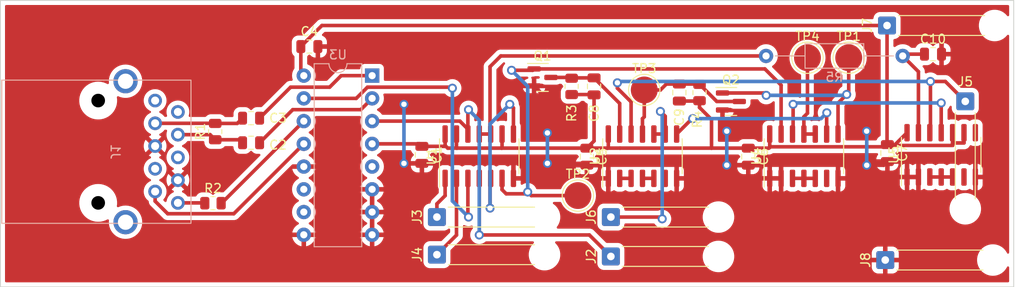
<source format=kicad_pcb>
(kicad_pcb (version 20211014) (generator pcbnew)
  (layers (0 "F.Cu" signal) (31 "B.Cu" signal) (34 "B.Paste" user) (35 "F.Paste" user) (36 "B.SilkS" user "B.Silkscreen") (37 "F.SilkS" user "F.Silkscreen") (38 "B.Mask" user) (39 "F.Mask" user) (44 "Edge.Cuts" user))
  (net 0 "")
  (net 1 "VCC")
  (net 2 "GND")
  (net 3 "Net-(C2-Pad1)")
  (net 4 "Net-(C2-Pad2)")
  (net 5 "Net-(C3-Pad1)")
  (net 6 "Net-(C3-Pad2)")
  (net 7 "Net-(C8-Pad2)")
  (net 8 "Net-(C9-Pad2)")
  (net 9 "Net-(J1-Pad1)")
  (net 10 "Net-(J1-Pad2)")
  (net 16 "/line")
  (net 17 "/~{idle}")
  (net 18 "/sck")
  (net 19 "/edge_in")
  (net 20 "Net-(Q2-Pad1)")
  (net 21 "Net-(R2-Pad2)")
  (net 22 "/edge")
  (net 23 "/~{line}")
  (net 24 "/line_delayed")
  (net 30 "Net-(U2-Pad4)")
  (net 32 "Net-(U2-Pad8)")
  (net 33 "Net-(J4-Pad1)")
  (net 34 "Net-(U5-Pad3)")
  (net 36 "Net-(J3-Pad1)")
  (net 37 "Net-(U5-Pad11)")
  (net 38 "Net-(U1-Pad3)")
  (net 39 "Net-(U2-Pad2)")
  (net 40 "Net-(U4-Pad3)")
  (net 41 "Net-(R5-Pad2)")
  (footprint "Capacitor_SMD:C_0805_2012Metric" (layer "F.Cu") (at 131 111.2 90)
    (fp_text reference "C8" (at -3 0 90) (layer "F.SilkS"))
    (fp_text value "200p")
    (fp_line (start -0.261252 0.735) (end 0.261252 0.735) (layer "F.SilkS") (width 0.12))
    (fp_line (start -0.261252 -0.735) (end 0.261252 -0.735) (layer "F.SilkS") (width 0.12))
    (pad "1" smd roundrect (at -0.95 0 90) (size 1 1.45) (layers "F.Cu" "F.Paste" "F.Mask") (net 1 "VCC"))
    (pad "2" smd roundrect (at 0.95 0 90) (size 1 1.45) (layers "F.Cu" "F.Paste" "F.Mask") (net 7 "Net-(C8-Pad2)"))
  )
  (footprint "Connector_Wire:SolderWire-0.25sqmm_1x01_D0.65mm_OD2mm_Relief" (layer "F.Cu") (at 163.675 104.4 90)
    (fp_text reference "J7" (at 0 -2.2 90) (layer "F.SilkS"))
    (fp_text value "vcc")
    (fp_line (start 1.11 1.26) (end 1.11 10.89) (layer "F.SilkS") (width 0.12))
    (fp_line (start -1.11 1.26) (end -1.11 10.89) (layer "F.SilkS") (width 0.12))
    (pad "" np_thru_hole circle (at 0 12 90) (size 2.5 2.5) (drill 2.5) (layers *.Cu *.Mask))
    (pad "1" thru_hole roundrect (at 0 0 90) (size 2 2) (drill 0.85) (layers *.Cu *.Mask) (roundrect_rratio 0.125) (net 1 "VCC"))
  )
  (footprint "Capacitor_SMD:C_0805_2012Metric" (layer "F.Cu") (at 168.8 107.6)
    (fp_text reference "C10" (at 0 -1.68) (layer "F.SilkS"))
    (fp_text value "10p")
    (fp_line (start -0.261252 0.735) (end 0.261252 0.735) (layer "F.SilkS") (width 0.12))
    (fp_line (start -0.261252 -0.735) (end 0.261252 -0.735) (layer "F.SilkS") (width 0.12))
    (pad "1" smd roundrect (at -0.95 0) (size 1 1.45) (layers "F.Cu" "F.Paste" "F.Mask") (net 41 "Net-(R5-Pad2)"))
    (pad "2" smd roundrect (at 0.95 0) (size 1 1.45) (layers "F.Cu" "F.Paste" "F.Mask") (net 2 "GND"))
  )
  (footprint "Capacitor_SMD:C_0805_2012Metric" (layer "F.Cu") (at 148.2 119.05 -90)
    (fp_text reference "C6" (at 0 -1.68 90) (layer "F.SilkS"))
    (fp_text value "0.1")
    (fp_line (start -0.261252 -0.735) (end 0.261252 -0.735) (layer "F.SilkS") (width 0.12))
    (fp_line (start -0.261252 0.735) (end 0.261252 0.735) (layer "F.SilkS") (width 0.12))
    (pad "1" smd roundrect (at -0.95 0 270) (size 1 1.45) (layers "F.Cu" "F.Paste" "F.Mask") (net 1 "VCC"))
    (pad "2" smd roundrect (at 0.95 0 270) (size 1 1.45) (layers "F.Cu" "F.Paste" "F.Mask") (net 2 "GND"))
  )
  (footprint "Connector_Wire:SolderWire-0.25sqmm_1x01_D0.65mm_OD2mm_Relief" (layer "F.Cu") (at 113.475 130 90)
    (fp_text reference "J4" (at 0 -2.2 90) (layer "F.SilkS"))
    (fp_text value "mosi_tx")
    (fp_line (start -1.11 1.26) (end -1.11 10.89) (layer "F.SilkS") (width 0.12))
    (fp_line (start 1.11 1.26) (end 1.11 10.89) (layer "F.SilkS") (width 0.12))
    (pad "" np_thru_hole circle (at 0 12 90) (size 2.5 2.5) (drill 2.5) (layers *.Cu *.Mask))
    (pad "1" thru_hole roundrect (at 0 0 90) (size 2 2) (drill 0.85) (layers *.Cu *.Mask) (roundrect_rratio 0.125) (net 33 "Net-(J4-Pad1)"))
  )
  (footprint "Package_SO:SOIC-14_3.9x8.7mm_P1.27mm" (layer "F.Cu") (at 154.4 119 90)
    (fp_text reference "U4" (at 0 -5.28 90) (layer "F.SilkS"))
    (fp_text value "74HC08")
    (fp_line (start 0 4.435) (end 1.95 4.435) (layer "F.SilkS") (width 0.12))
    (fp_line (start 0 4.435) (end -1.95 4.435) (layer "F.SilkS") (width 0.12))
    (fp_line (start 0 -4.435) (end 1.95 -4.435) (layer "F.SilkS") (width 0.12))
    (fp_line (start 0 -4.435) (end -3.45 -4.435) (layer "F.SilkS") (width 0.12))
    (pad "1" smd roundrect (at -2.475 -3.81 90) (size 1.95 0.6) (layers "F.Cu" "F.Paste" "F.Mask") (net 2 "GND"))
    (pad "2" smd roundrect (at -2.475 -2.54 90) (size 1.95 0.6) (layers "F.Cu" "F.Paste" "F.Mask") (net 2 "GND"))
    (pad "3" smd roundrect (at -2.475 -1.27 90) (size 1.95 0.6) (layers "F.Cu" "F.Paste" "F.Mask") (net 40 "Net-(U4-Pad3)"))
    (pad "4" smd roundrect (at -2.475 0 90) (size 1.95 0.6) (layers "F.Cu" "F.Paste" "F.Mask") (net 40 "Net-(U4-Pad3)"))
    (pad "5" smd roundrect (at -2.475 1.27 90) (size 1.95 0.6) (layers "F.Cu" "F.Paste" "F.Mask") (net 40 "Net-(U4-Pad3)"))
    (pad "6" smd roundrect (at -2.475 2.54 90) (size 1.95 0.6) (layers "F.Cu" "F.Paste" "F.Mask"))
    (pad "7" smd roundrect (at -2.475 3.81 90) (size 1.95 0.6) (layers "F.Cu" "F.Paste" "F.Mask") (net 2 "GND"))
    (pad "8" smd roundrect (at 2.475 3.81 90) (size 1.95 0.6) (layers "F.Cu" "F.Paste" "F.Mask") (net 20 "Net-(Q2-Pad1)"))
    (pad "9" smd roundrect (at 2.475 2.54 90) (size 1.95 0.6) (layers "F.Cu" "F.Paste" "F.Mask") (net 32 "Net-(U2-Pad8)"))
    (pad "10" smd roundrect (at 2.475 1.27 90) (size 1.95 0.6) (layers "F.Cu" "F.Paste" "F.Mask") (net 22 "/edge"))
    (pad "11" smd roundrect (at 2.475 0 90) (size 1.95 0.6) (layers "F.Cu" "F.Paste" "F.Mask") (net 22 "/edge"))
    (pad "12" smd roundrect (at 2.475 -1.27 90) (size 1.95 0.6) (layers "F.Cu" "F.Paste" "F.Mask") (net 37 "Net-(U5-Pad11)"))
    (pad "13" smd roundrect (at 2.475 -2.54 90) (size 1.95 0.6) (layers "F.Cu" "F.Paste" "F.Mask") (net 19 "/edge_in"))
    (pad "14" smd roundrect (at 2.475 -3.81 90) (size 1.95 0.6) (layers "F.Cu" "F.Paste" "F.Mask") (net 1 "VCC"))
  )
  (footprint "Capacitor_SMD:C_0805_2012Metric" (layer "F.Cu") (at 163.715 118.65 -90)
    (fp_text reference "C7" (at 0 -1.68 90) (layer "F.SilkS"))
    (fp_text value "0.1")
    (fp_line (start -0.261252 0.735) (end 0.261252 0.735) (layer "F.SilkS") (width 0.12))
    (fp_line (start -0.261252 -0.735) (end 0.261252 -0.735) (layer "F.SilkS") (width 0.12))
    (pad "1" smd roundrect (at -0.95 0 270) (size 1 1.45) (layers "F.Cu" "F.Paste" "F.Mask") (net 1 "VCC"))
    (pad "2" smd roundrect (at 0.95 0 270) (size 1 1.45) (layers "F.Cu" "F.Paste" "F.Mask") (net 2 "GND"))
  )
  (footprint "Connector_Wire:SolderWire-0.25sqmm_1x01_D0.65mm_OD2mm_Relief" (layer "F.Cu") (at 132.875 130.2 90)
    (fp_text reference "J2" (at 0 -2.2 90) (layer "F.SilkS"))
    (fp_text value "mosi")
    (fp_line (start -1.11 1.26) (end -1.11 10.89) (layer "F.SilkS") (width 0.12))
    (fp_line (start 1.11 1.26) (end 1.11 10.89) (layer "F.SilkS") (width 0.12))
    (pad "" np_thru_hole circle (at 0 12 90) (size 2.5 2.5) (drill 2.5) (layers *.Cu *.Mask))
    (pad "1" thru_hole roundrect (at 0 0 90) (size 2 2) (drill 0.85) (layers *.Cu *.Mask) (roundrect_rratio 0.125) (net 16 "/line"))
  )
  (footprint "TestPoint:TestPoint_Pad_D3.0mm" (layer "F.Cu") (at 159.4 108)
    (fp_text reference "TP1" (at 0 -2.398) (layer "F.SilkS"))
    (fp_text value "TestPoint")
    (fp_circle (center 0 0) (end 0 1.75) (layer "F.SilkS") (width 0.12) (fill none))
    (pad "1" smd circle (at 0 0) (size 3 3) (layers "F.Cu" "F.Mask") (net 20 "Net-(Q2-Pad1)"))
  )
  (footprint "TestPoint:TestPoint_Pad_D3.0mm" (layer "F.Cu") (at 136.6 111.6)
    (fp_text reference "TP3" (at 0 -2.398) (layer "F.SilkS"))
    (fp_text value "TestPoint")
    (fp_circle (center 0 0) (end 0 1.75) (layer "F.SilkS") (width 0.12) (fill none))
    (pad "1" smd circle (at 0 0) (size 3 3) (layers "F.Cu" "F.Mask") (net 8 "Net-(C9-Pad2)"))
  )
  (footprint "Package_TO_SOT_SMD:SOT-23" (layer "F.Cu") (at 146.2625 112.8875)
    (fp_text reference "Q2" (at 0 -2.4) (layer "F.SilkS"))
    (fp_text value "2N7002")
    (fp_line (start 0 -1.56) (end 0.65 -1.56) (layer "F.SilkS") (width 0.12))
    (fp_line (start 0 1.56) (end 0.65 1.56) (layer "F.SilkS") (width 0.12))
    (fp_line (start 0 -1.56) (end -1.675 -1.56) (layer "F.SilkS") (width 0.12))
    (fp_line (start 0 1.56) (end -0.65 1.56) (layer "F.SilkS") (width 0.12))
    (pad "1" smd roundrect (at -0.9375 -0.95) (size 1.475 0.6) (layers "F.Cu" "F.Paste" "F.Mask") (net 20 "Net-(Q2-Pad1)"))
    (pad "2" smd roundrect (at -0.9375 0.95) (size 1.475 0.6) (layers "F.Cu" "F.Paste" "F.Mask") (net 2 "GND"))
    (pad "3" smd roundrect (at 0.9375 0) (size 1.475 0.6) (layers "F.Cu" "F.Paste" "F.Mask") (net 8 "Net-(C9-Pad2)"))
  )
  (footprint "Resistor_SMD:R_0805_2012Metric" (layer "F.Cu") (at 128.5 111.2 90)
    (fp_text reference "R3" (at -3 0 90) (layer "F.SilkS"))
    (fp_text value "2k")
    (fp_line (start -0.227064 -0.735) (end 0.227064 -0.735) (layer "F.SilkS") (width 0.12))
    (fp_line (start -0.227064 0.735) (end 0.227064 0.735) (layer "F.SilkS") (width 0.12))
    (pad "1" smd roundrect (at -0.9125 0 90) (size 1.025 1.4) (layers "F.Cu" "F.Paste" "F.Mask") (roundrect_rratio 0.243902) (net 1 "VCC"))
    (pad "2" smd roundrect (at 0.9125 0 90) (size 1.025 1.4) (layers "F.Cu" "F.Paste" "F.Mask") (roundrect_rratio 0.243902) (net 7 "Net-(C8-Pad2)"))
  )
  (footprint "Capacitor_SMD:C_0805_2012Metric" (layer "F.Cu") (at 92.75 114.75)
    (fp_text reference "C3" (at 3 0) (layer "F.SilkS"))
    (fp_text value "0.1")
    (fp_line (start -0.261252 -0.735) (end 0.261252 -0.735) (layer "F.SilkS") (width 0.12))
    (fp_line (start -0.261252 0.735) (end 0.261252 0.735) (layer "F.SilkS") (width 0.12))
    (pad "1" smd roundrect (at -0.95 0) (size 1 1.45) (layers "F.Cu" "F.Paste" "F.Mask") (net 5 "Net-(C3-Pad1)"))
    (pad "2" smd roundrect (at 0.95 0) (size 1 1.45) (layers "F.Cu" "F.Paste" "F.Mask") (net 6 "Net-(C3-Pad2)"))
  )
  (footprint "Connector_Wire:SolderWire-0.25sqmm_1x01_D0.65mm_OD2mm_Relief" (layer "F.Cu") (at 172.4 112.875)
    (fp_text reference "J5" (at 0 -2.2) (layer "F.SilkS"))
    (fp_text value "cs")
    (fp_line (start 1.11 1.26) (end 1.11 10.89) (layer "F.SilkS") (width 0.12))
    (fp_line (start -1.11 1.26) (end -1.11 10.89) (layer "F.SilkS") (width 0.12))
    (pad "" np_thru_hole circle (at 0 12) (size 2.5 2.5) (drill 2.5) (layers *.Cu *.Mask))
    (pad "1" thru_hole roundrect (at 0 0) (size 2 2) (drill 0.85) (layers *.Cu *.Mask) (roundrect_rratio 0.125) (net 17 "/~{idle}"))
  )
  (footprint "Resistor_SMD:R_0805_2012Metric" (layer "F.Cu") (at 88.75 116.25 90)
    (fp_text reference "R1" (at 0 -1.65 90) (layer "F.SilkS"))
    (fp_text value "100")
    (fp_line (start -0.227064 0.735) (end 0.227064 0.735) (layer "F.SilkS") (width 0.12))
    (fp_line (start -0.227064 -0.735) (end 0.227064 -0.735) (layer "F.SilkS") (width 0.12))
    (pad "1" smd roundrect (at -0.9125 0 90) (size 1.025 1.4) (layers "F.Cu" "F.Paste" "F.Mask") (roundrect_rratio 0.243902) (net 3 "Net-(C2-Pad1)"))
    (pad "2" smd roundrect (at 0.9125 0 90) (size 1.025 1.4) (layers "F.Cu" "F.Paste" "F.Mask") (roundrect_rratio 0.243902) (net 5 "Net-(C3-Pad1)"))
  )
  (footprint "Capacitor_SMD:C_0805_2012Metric" (layer "F.Cu") (at 140.5125 111.8875 90)
    (fp_text reference "C9" (at -2.75 0 90) (layer "F.SilkS"))
    (fp_text value "0")
    (fp_line (start -0.261252 0.735) (end 0.261252 0.735) (layer "F.SilkS") (width 0.12))
    (fp_line (start -0.261252 -0.735) (end 0.261252 -0.735) (layer "F.SilkS") (width 0.12))
    (pad "1" smd roundrect (at -0.95 0 90) (size 1 1.45) (layers "F.Cu" "F.Paste" "F.Mask") (net 1 "VCC"))
    (pad "2" smd roundrect (at 0.95 0 90) (size 1 1.45) (layers "F.Cu" "F.Paste" "F.Mask") (net 8 "Net-(C9-Pad2)"))
  )
  (footprint "Connector_Wire:SolderWire-0.25sqmm_1x01_D0.65mm_OD2mm_Relief" (layer "F.Cu") (at 113.475 125.8 90)
    (fp_text reference "J3" (at 0 -2.2 90) (layer "F.SilkS"))
    (fp_text value "sck_tx")
    (fp_line (start -1.11 1.26) (end -1.11 10.89) (layer "F.SilkS") (width 0.12))
    (fp_line (start 1.11 1.26) (end 1.11 10.89) (layer "F.SilkS") (width 0.12))
    (pad "" np_thru_hole circle (at 0 12 90) (size 2.5 2.5) (drill 2.5) (layers *.Cu *.Mask))
    (pad "1" thru_hole roundrect (at 0 0 90) (size 2 2) (drill 0.85) (layers *.Cu *.Mask) (roundrect_rratio 0.125) (net 36 "Net-(J3-Pad1)"))
  )
  (footprint "TestPoint:TestPoint_Pad_D3.0mm" (layer "F.Cu") (at 129.2 123.4)
    (fp_text reference "TP2" (at 0 -2.398) (layer "F.SilkS"))
    (fp_text value "TestPoint")
    (fp_circle (center 0 0) (end 0 1.75) (layer "F.SilkS") (width 0.12) (fill none))
    (pad "1" smd circle (at 0 0) (size 3 3) (layers "F.Cu" "F.Mask") (net 19 "/edge_in"))
  )
  (footprint "Capacitor_SMD:C_0805_2012Metric" (layer "F.Cu") (at 130.2 119.05 -90)
    (fp_text reference "C5" (at 0 -1.68 90) (layer "F.SilkS"))
    (fp_text value "0.1")
    (fp_line (start -0.261252 -0.735) (end 0.261252 -0.735) (layer "F.SilkS") (width 0.12))
    (fp_line (start -0.261252 0.735) (end 0.261252 0.735) (layer "F.SilkS") (width 0.12))
    (pad "1" smd roundrect (at -0.95 0 270) (size 1 1.45) (layers "F.Cu" "F.Paste" "F.Mask") (net 1 "VCC"))
    (pad "2" smd roundrect (at 0.95 0 270) (size 1 1.45) (layers "F.Cu" "F.Paste" "F.Mask") (net 2 "GND"))
  )
  (footprint "Connector_Wire:SolderWire-0.25sqmm_1x01_D0.65mm_OD2mm_Relief" (layer "F.Cu") (at 163.475 130.6 90)
    (fp_text reference "J8" (at 0 -2.2 90) (layer "F.SilkS"))
    (fp_text value "gnd")
    (fp_line (start 1.11 1.26) (end 1.11 10.89) (layer "F.SilkS") (width 0.12))
    (fp_line (start -1.11 1.26) (end -1.11 10.89) (layer "F.SilkS") (width 0.12))
    (pad "" np_thru_hole circle (at 0 12 90) (size 2.5 2.5) (drill 2.5) (layers *.Cu *.Mask))
    (pad "1" thru_hole roundrect (at 0 0 90) (size 2 2) (drill 0.85) (layers *.Cu *.Mask) (roundrect_rratio 0.125) (net 2 "GND"))
  )
  (footprint "Resistor_SMD:R_0805_2012Metric" (layer "F.Cu") (at 88.5 124.25)
    (fp_text reference "R2" (at 0 -1.65) (layer "F.SilkS"))
    (fp_text value "470")
    (fp_line (start -0.227064 0.735) (end 0.227064 0.735) (layer "F.SilkS") (width 0.12))
    (fp_line (start -0.227064 -0.735) (end 0.227064 -0.735) (layer "F.SilkS") (width 0.12))
    (pad "1" smd roundrect (at -0.9125 0) (size 1.025 1.4) (layers "F.Cu" "F.Paste" "F.Mask") (roundrect_rratio 0.243902) (net 9 "Net-(J1-Pad1)"))
    (pad "2" smd roundrect (at 0.9125 0) (size 1.025 1.4) (layers "F.Cu" "F.Paste" "F.Mask") (roundrect_rratio 0.243902) (net 21 "Net-(R2-Pad2)"))
  )
  (footprint "Package_TO_SOT_SMD:SOT-23" (layer "F.Cu") (at 125.25 110.2)
    (fp_text reference "Q1" (at 0 -2.4) (layer "F.SilkS"))
    (fp_text value "2N7002")
    (fp_line (start 0 -1.56) (end 0.65 -1.56) (layer "F.SilkS") (width 0.12))
    (fp_line (start 0 -1.56) (end -1.675 -1.56) (layer "F.SilkS") (width 0.12))
    (fp_line (start 0 1.56) (end 0.65 1.56) (layer "F.SilkS") (width 0.12))
    (fp_line (start 0 1.56) (end -0.65 1.56) (layer "F.SilkS") (width 0.12))
    (pad "1" smd roundrect (at -0.9375 -0.95) (size 1.475 0.6) (layers "F.Cu" "F.Paste" "F.Mask") (net 19 "/edge_in"))
    (pad "2" smd roundrect (at -0.9375 0.95) (size 1.475 0.6) (layers "F.Cu" "F.Paste" "F.Mask") (net 2 "GND"))
    (pad "3" smd roundrect (at 0.9375 0) (size 1.475 0.6) (layers "F.Cu" "F.Paste" "F.Mask") (net 7 "Net-(C8-Pad2)"))
  )
  (footprint "TestPoint:TestPoint_Pad_D3.0mm" (layer "F.Cu") (at 154.8 108)
    (fp_text reference "TP4" (at 0 -2.398) (layer "F.SilkS"))
    (fp_text value "TestPoint")
    (fp_circle (center 0 0) (end 0 1.75) (layer "F.SilkS") (width 0.12) (fill none))
    (pad "1" smd circle (at 0 0) (size 3 3) (layers "F.Cu" "F.Mask") (net 22 "/edge"))
  )
  (footprint "Capacitor_SMD:C_0805_2012Metric" (layer "F.Cu") (at 99.25 106.75)
    (fp_text reference "C4" (at 0 -1.68) (layer "F.SilkS"))
    (fp_text value "0.1")
    (fp_line (start -0.261252 -0.735) (end 0.261252 -0.735) (layer "F.SilkS") (width 0.12))
    (fp_line (start -0.261252 0.735) (end 0.261252 0.735) (layer "F.SilkS") (width 0.12))
    (pad "1" smd roundrect (at -0.95 0) (size 1 1.45) (layers "F.Cu" "F.Paste" "F.Mask") (net 1 "VCC"))
    (pad "2" smd roundrect (at 0.95 0) (size 1 1.45) (layers "F.Cu" "F.Paste" "F.Mask") (net 2 "GND"))
  )
  (footprint "Capacitor_SMD:C_0805_2012Metric" (layer "F.Cu") (at 111.8 118.85 -90)
    (fp_text reference "C1" (at 0 -1.68 90) (layer "F.SilkS"))
    (fp_text value "0.1")
    (fp_line (start -0.261252 -0.735) (end 0.261252 -0.735) (layer "F.SilkS") (width 0.12))
    (fp_line (start -0.261252 0.735) (end 0.261252 0.735) (layer "F.SilkS") (width 0.12))
    (pad "1" smd roundrect (at -0.95 0 270) (size 1 1.45) (layers "F.Cu" "F.Paste" "F.Mask") (net 1 "VCC"))
    (pad "2" smd roundrect (at 0.95 0 270) (size 1 1.45) (layers "F.Cu" "F.Paste" "F.Mask") (net 2 "GND"))
  )
  (footprint "Package_SO:SOIC-14_3.9x8.7mm_P1.27mm" (layer "F.Cu") (at 136.4 119 90)
    (fp_text reference "U2" (at 0 -5.28 90) (layer "F.SilkS"))
    (fp_text value "74HC14")
    (fp_line (start 0 -4.435) (end -3.45 -4.435) (layer "F.SilkS") (width 0.12))
    (fp_line (start 0 4.435) (end 1.95 4.435) (layer "F.SilkS") (width 0.12))
    (fp_line (start 0 4.435) (end -1.95 4.435) (layer "F.SilkS") (width 0.12))
    (fp_line (start 0 -4.435) (end 1.95 -4.435) (layer "F.SilkS") (width 0.12))
    (pad "1" smd roundrect (at -2.475 -3.81 90) (size 1.95 0.6) (layers "F.Cu" "F.Paste" "F.Mask") (net 2 "GND"))
    (pad "2" smd roundrect (at -2.475 -2.54 90) (size 1.95 0.6) (layers "F.Cu" "F.Paste" "F.Mask") (net 39 "Net-(U2-Pad2)"))
    (pad "3" smd roundrect (at -2.475 -1.27 90) (size 1.95 0.6) (layers "F.Cu" "F.Paste" "F.Mask") (net 39 "Net-(U2-Pad2)"))
    (pad "4" smd roundrect (at -2.475 0 90) (size 1.95 0.6) (layers "F.Cu" "F.Paste" "F.Mask") (net 30 "Net-(U2-Pad4)"))
    (pad "5" smd roundrect (at -2.475 1.27 90) (size 1.95 0.6) (layers "F.Cu" "F.Paste" "F.Mask") (net 30 "Net-(U2-Pad4)"))
    (pad "6" smd roundrect (at -2.475 2.54 90) (size 1.95 0.6) (layers "F.Cu" "F.Paste" "F.Mask"))
    (pad "7" smd roundrect (at -2.475 3.81 90) (size 1.95 0.6) (layers "F.Cu" "F.Paste" "F.Mask") (net 2 "GND"))
    (pad "8" smd roundrect (at 2.475 3.81 90) (size 1.95 0.6) (layers "F.Cu" "F.Paste" "F.Mask") (net 32 "Net-(U2-Pad8)"))
    (pad "9" smd roundrect (at 2.475 2.54 90) (size 1.95 0.6) (layers "F.Cu" "F.Paste" "F.Mask") (net 18 "/sck"))
    (pad "10" smd roundrect (at 2.475 1.27 90) (size 1.95 0.6) (layers "F.Cu" "F.Paste" "F.Mask") (net 18 "/sck"))
    (pad "11" smd roundrect (at 2.475 0 90) (size 1.95 0.6) (layers "F.Cu" "F.Paste" "F.Mask") (net 8 "Net-(C9-Pad2)"))
    (pad "12" smd roundrect (at 2.475 -1.27 90) (size 1.95 0.6) (layers "F.Cu" "F.Paste" "F.Mask") (net 17 "/~{idle}"))
    (pad "13" smd roundrect (at 2.475 -2.54 90) (size 1.95 0.6) (layers "F.Cu" "F.Paste" "F.Mask") (net 7 "Net-(C8-Pad2)"))
    (pad "14" smd roundrect (at 2.475 -3.81 90) (size 1.95 0.6) (layers "F.Cu" "F.Paste" "F.Mask") (net 1 "VCC"))
  )
  (footprint "Package_SO:SOIC-14_3.9x8.7mm_P1.27mm" (layer "F.Cu") (at 169.715 118.85 90)
    (fp_text reference "U5" (at 0 -5.28 90) (layer "F.SilkS"))
    (fp_text value "74HC32")
    (fp_line (start 0 4.435) (end -1.95 4.435) (layer "F.SilkS") (width 0.12))
    (fp_line (start 0 -4.435) (end 1.95 -4.435) (layer "F.SilkS") (width 0.12))
    (fp_line (start 0 -4.435) (end -3.45 -4.435) (layer "F.SilkS") (width 0.12))
    (fp_line (start 0 4.435) (end 1.95 4.435) (layer "F.SilkS") (width 0.12))
    (pad "1" smd roundrect (at -2.475 -3.81 90) (size 1.95 0.6) (layers "F.Cu" "F.Paste" "F.Mask") (net 2 "GND"))
    (pad "2" smd roundrect (at -2.475 -2.54 90) (size 1.95 0.6) (layers "F.Cu" "F.Paste" "F.Mask") (net 2 "GND"))
    (pad "3" smd roundrect (at -2.475 -1.27 90) (size 1.95 0.6) (layers "F.Cu" "F.Paste" "F.Mask") (net 34 "Net-(U5-Pad3)"))
    (pad "4" smd roundrect (at -2.475 0 90) (size 1.95 0.6) (layers "F.Cu" "F.Paste" "F.Mask") (net 34 "Net-(U5-Pad3)"))
    (pad "5" smd roundrect (at -2.475 1.27 90) (size 1.95 0.6) (layers "F.Cu" "F.Paste" "F.Mask") (net 34 "Net-(U5-Pad3)"))
    (pad "6" smd roundrect (at -2.475 2.54 90) (size 1.95 0.6) (layers "F.Cu" "F.Paste" "F.Mask"))
    (pad "7" smd roundrect (at -2.475 3.81 90) (size 1.95 0.6) (layers "F.Cu" "F.Paste" "F.Mask") (net 2 "GND"))
    (pad "8" smd roundrect (at 2.475 3.81 90) (size 1.95 0.6) (layers "F.Cu" "F.Paste" "F.Mask"))
    (pad "9" smd roundrect (at 2.475 2.54 90) (size 1.95 0.6) (layers "F.Cu" "F.Paste" "F.Mask") (net 1 "VCC"))
    (pad "10" smd roundrect (at 2.475 1.27 90) (size 1.95 0.6) (layers "F.Cu" "F.Paste" "F.Mask") (net 1 "VCC"))
    (pad "11" smd roundrect (at 2.475 0 90) (size 1.95 0.6) (layers "F.Cu" "F.Paste" "F.Mask") (net 37 "Net-(U5-Pad11)"))
    (pad "12" smd roundrect (at 2.475 -1.27 90) (size 1.95 0.6) (layers "F.Cu" "F.Paste" "F.Mask") (net 17 "/~{idle}"))
    (pad "13" smd roundrect (at 2.475 -2.54 90) (size 1.95 0.6) (layers "F.Cu" "F.Paste" "F.Mask") (net 41 "Net-(R5-Pad2)"))
    (pad "14" smd roundrect (at 2.475 -3.81 90) (size 1.95 0.6) (layers "F.Cu" "F.Paste" "F.Mask") (net 1 "VCC"))
  )
  (footprint "Resistor_SMD:R_0805_2012Metric" (layer "F.Cu") (at 142.7625 111.8875 90)
    (fp_text reference "R4" (at -3 -0.25 90) (layer "F.SilkS"))
    (fp_text value "500")
    (fp_line (start -0.227064 -0.735) (end 0.227064 -0.735) (layer "F.SilkS") (width 0.12))
    (fp_line (start -0.227064 0.735) (end 0.227064 0.735) (layer "F.SilkS") (width 0.12))
    (pad "1" smd roundrect (at -0.9125 0 90) (size 1.025 1.4) (layers "F.Cu" "F.Paste" "F.Mask") (roundrect_rratio 0.243902) (net 1 "VCC"))
    (pad "2" smd roundrect (at 0.9125 0 90) (size 1.025 1.4) (layers "F.Cu" "F.Paste" "F.Mask") (roundrect_rratio 0.243902) (net 8 "Net-(C9-Pad2)"))
  )
  (footprint "Capacitor_SMD:C_0805_2012Metric" (layer "F.Cu") (at 92.75 117.5)
    (fp_text reference "C2" (at 3 0.25) (layer "F.SilkS"))
    (fp_text value "0.1")
    (fp_line (start -0.261252 -0.735) (end 0.261252 -0.735) (layer "F.SilkS") (width 0.12))
    (fp_line (start -0.261252 0.735) (end 0.261252 0.735) (layer "F.SilkS") (width 0.12))
    (pad "1" smd roundrect (at -0.95 0) (size 1 1.45) (layers "F.Cu" "F.Paste" "F.Mask") (net 3 "Net-(C2-Pad1)"))
    (pad "2" smd roundrect (at 0.95 0) (size 1 1.45) (layers "F.Cu" "F.Paste" "F.Mask") (net 4 "Net-(C2-Pad2)"))
  )
  (footprint "Connector_Wire:SolderWire-0.25sqmm_1x01_D0.65mm_OD2mm_Relief" (layer "F.Cu") (at 132.875 125.8 90)
    (fp_text reference "J6" (at 0 -2.2 90) (layer "F.SilkS"))
    (fp_text value "sck")
    (fp_line (start -1.11 1.26) (end -1.11 10.89) (layer "F.SilkS") (width 0.12))
    (fp_line (start 1.11 1.26) (end 1.11 10.89) (layer "F.SilkS") (width 0.12))
    (pad "" np_thru_hole circle (at 0 12 90) (size 2.5 2.5) (drill 2.5) (layers *.Cu *.Mask))
    (pad "1" thru_hole roundrect (at 0 0 90) (size 2 2) (drill 0.85) (layers *.Cu *.Mask) (roundrect_rratio 0.125) (net 18 "/sck"))
  )
  (footprint "Package_SO:SOIC-14_3.9x8.7mm_P1.27mm" (layer "F.Cu") (at 118.2 119 90)
    (fp_text reference "U1" (at 0 -5.28 90) (layer "F.SilkS"))
    (fp_text value "74HC86")
    (fp_line (start 0 4.435) (end 1.95 4.435) (layer "F.SilkS") (width 0.12))
    (fp_line (start 0 4.435) (end -1.95 4.435) (layer "F.SilkS") (width 0.12))
    (fp_line (start 0 -4.435) (end 1.95 -4.435) (layer "F.SilkS") (width 0.12))
    (fp_line (start 0 -4.435) (end -3.45 -4.435) (layer "F.SilkS") (width 0.12))
    (pad "1" smd roundrect (at -2.475 -3.81 90) (size 1.95 0.6) (layers "F.Cu" "F.Paste" "F.Mask") (net 36 "Net-(J3-Pad1)"))
    (pad "2" smd roundrect (at -2.475 -2.54 90) (size 1.95 0.6) (layers "F.Cu" "F.Paste" "F.Mask") (net 33 "Net-(J4-Pad1)"))
    (pad "3" smd roundrect (at -2.475 -1.27 90) (size 1.95 0.6) (layers "F.Cu" "F.Paste" "F.Mask") (net 38 "Net-(U1-Pad3)"))
    (pad "4" smd roundrect (at -2.475 0 90) (size 1.95 0.6) (layers "F.Cu" "F.Paste" "F.Mask") (net 16 "/line"))
    (pad "5" smd roundrect (at -2.475 1.27 90) (size 1.95 0.6) (layers "F.Cu" "F.Paste" "F.Mask") (net 24 "/line_delayed"))
    (pad "6" smd roundrect (at -2.475 2.54 90) (size 1.95 0.6) (layers "F.Cu" "F.Paste" "F.Mask") (net 19 "/edge_in"))
    (pad "7" smd roundrect (at -2.475 3.81 90) (size 1.95 0.6) (layers "F.Cu" "F.Paste" "F.Mask") (net 2 "GND"))
    (pad "8" smd roundrect (at 2.475 3.81 90) (size 1.95 0.6) (layers "F.Cu" "F.Paste" "F.Mask") (net 24 "/line_delayed"))
    (pad "9" smd roundrect (at 2.475 2.54 90) (size 1.95 0.6) (layers "F.Cu" "F.Paste" "F.Mask") (net 1 "VCC"))
    (pad "10" smd roundrect (at 2.475 1.27 90) (size 1.95 0.6) (layers "F.Cu" "F.Paste" "F.Mask") (net 23 "/~{line}"))
    (pad "11" smd roundrect (at 2.475 0 90) (size 1.95 0.6) (layers "F.Cu" "F.Paste" "F.Mask") (net 23 "/~{line}"))
    (pad "12" smd roundrect (at 2.475 -1.27 90) (size 1.95 0.6) (layers "F.Cu" "F.Paste" "F.Mask") (net 16 "/line"))
    (pad "13" smd roundrect (at 2.475 -2.54 90) (size 1.95 0.6) (layers "F.Cu" "F.Paste" "F.Mask") (net 1 "VCC"))
    (pad "14" smd roundrect (at 2.475 -3.81 90) (size 1.95 0.6) (layers "F.Cu" "F.Paste" "F.Mask") (net 1 "VCC"))
  )
  (footprint "Package_DIP:DIP-16_W7.62mm" (layer "B.Cu") (at 106.25 110 180)
    (fp_text reference "U3" (at 3.81 2.33) (layer "B.SilkS") (effects (justify mirror)))
    (fp_text value "75C1168")
    (fp_line (start 6.46 1.33) (end 4.81 1.33) (layer "B.SilkS") (width 0.12))
    (fp_line (start 1.16 1.33) (end 1.16 -19.11) (layer "B.SilkS") (width 0.12))
    (fp_line (start 6.46 -19.11) (end 6.46 1.33) (layer "B.SilkS") (width 0.12))
    (fp_line (start 1.16 -19.11) (end 6.46 -19.11) (layer "B.SilkS") (width 0.12))
    (fp_line (start 2.81 1.33) (end 1.16 1.33) (layer "B.SilkS") (width 0.12))
    (fp_arc (start 2.81 1.33) (mid 3.81 0.33) (end 4.81 1.33) (layer "B.SilkS") (width 0.12))
    (pad "1" thru_hole rect (at 0 0 180) (size 1.6 1.6) (drill 0.8) (layers *.Cu *.Mask) (net 6 "Net-(C3-Pad2)"))
    (pad "2" thru_hole oval (at 0 -2.54 180) (size 1.6 1.6) (drill 0.8) (layers *.Cu *.Mask) (net 4 "Net-(C2-Pad2)"))
    (pad "3" thru_hole oval (at 0 -5.08 180) (size 1.6 1.6) (drill 0.8) (layers *.Cu *.Mask) (net 16 "/line"))
    (pad "4" thru_hole oval (at 0 -7.62 180) (size 1.6 1.6) (drill 0.8) (layers *.Cu *.Mask) (net 1 "VCC"))
    (pad "5" thru_hole oval (at 0 -10.16 180) (size 1.6 1.6) (drill 0.8) (layers *.Cu *.Mask))
    (pad "6" thru_hole oval (at 0 -12.7 180) (size 1.6 1.6) (drill 0.8) (layers *.Cu *.Mask) (net 2 "GND"))
    (pad "7" thru_hole oval (at 0 -15.24 180) (size 1.6 1.6) (drill 0.8) (layers *.Cu *.Mask) (net 2 "GND"))
    (pad "8" thru_hole oval (at 0 -17.78 180) (size 1.6 1.6) (drill 0.8) (layers *.Cu *.Mask) (net 2 "GND"))
    (pad "9" thru_hole oval (at 7.62 -17.78 180) (size 1.6 1.6) (drill 0.8) (layers *.Cu *.Mask) (net 2 "GND"))
    (pad "10" thru_hole oval (at 7.62 -15.24 180) (size 1.6 1.6) (drill 0.8) (layers *.Cu *.Mask))
    (pad "11" thru_hole oval (at 7.62 -12.7 180) (size 1.6 1.6) (drill 0.8) (layers *.Cu *.Mask))
    (pad "12" thru_hole oval (at 7.62 -10.16 180) (size 1.6 1.6) (drill 0.8) (layers *.Cu *.Mask) (net 2 "GND"))
    (pad "13" thru_hole oval (at 7.62 -7.62 180) (size 1.6 1.6) (drill 0.8) (layers *.Cu *.Mask) (net 10 "Net-(J1-Pad2)"))
    (pad "14" thru_hole oval (at 7.62 -5.08 180) (size 1.6 1.6) (drill 0.8) (layers *.Cu *.Mask) (net 21 "Net-(R2-Pad2)"))
    (pad "15" thru_hole oval (at 7.62 -2.54 180) (size 1.6 1.6) (drill 0.8) (layers *.Cu *.Mask) (net 38 "Net-(U1-Pad3)"))
    (pad "16" thru_hole oval (at 7.62 0 180) (size 1.6 1.6) (drill 0.8) (layers *.Cu *.Mask) (net 1 "VCC"))
  )
  (footprint "eth:G8X-188S7-BP" (layer "B.Cu") (at 84.59 118.5 90)
    (fp_text reference "J1" (at 0 -6.985 270 unlocked) (layer "B.SilkS") (effects (justify mirror)))
    (fp_text value "G8X-188S7-BP")
    (fp_rect (start 8 -19.64) (end -8 1.46) (layer "B.SilkS") (width 0.12) (fill none))
    (pad "" np_thru_hole circle (at -5.715 -8.89 90) (size 1.524 1.524) (drill 3.2) (layers *.Mask))
    (pad "" np_thru_hole circle (at 5.715 -8.89 90) (size 1.524 1.524) (drill 3.2) (layers *.Mask))
    (pad "1" thru_hole circle (at -5.715 0 90) (size 1.524 1.524) (drill 0.9) (layers *.Cu *.Mask) (net 9 "Net-(J1-Pad1)"))
    (pad "2" thru_hole circle (at -4.445 -2.54 90) (size 1.524 1.524) (drill 0.9) (layers *.Cu *.Mask) (net 10 "Net-(J1-Pad2)"))
    (pad "3" thru_hole circle (at -3.175 0 90) (size 1.524 1.524) (drill 0.9) (layers *.Cu *.Mask) (net 2 "GND"))
    (pad "4" thru_hole circle (at -1.905 -2.54 90) (size 1.524 1.524) (drill 0.9) (layers *.Cu *.Mask))
    (pad "5" thru_hole circle (at -0.635 0 90) (size 1.524 1.524) (drill 0.9) (layers *.Cu *.Mask))
    (pad "6" thru_hole circle (at 0.635 -2.54 90) (size 1.524 1.524) (drill 0.9) (layers *.Cu *.Mask) (net 2 "GND"))
    (pad "7" thru_hole circle (at 1.905 0 90) (size 1.524 1.524) (drill 0.9) (layers *.Cu *.Mask) (net 3 "Net-(C2-Pad1)"))
    (pad "8" thru_hole circle (at 3.175 -2.54 90) (size 1.524 1.524) (drill 0.9) (layers *.Cu *.Mask) (net 5 "Net-(C3-Pad1)"))
    (pad "9" thru_hole circle (at 4.445 0 90) (size 1.524 1.524) (drill 0.9) (layers *.Cu *.Mask))
    (pad "10" thru_hole circle (at 5.715 -2.54 90) (size 1.524 1.524) (drill 0.9) (layers *.Cu *.Mask))
    (pad "11" thru_hole circle (at 7.875 -5.84 90) (size 2.7 2.7) (drill 1.7) (layers *.Cu *.Mask))
    (pad "11" thru_hole circle (at -7.875 -5.84 90) (size 2.7 2.7) (drill 1.7) (layers *.Cu *.Mask))
  )
  (footprint "Resistor_THT:R_Axial_DIN0207_L6.3mm_D2.5mm_P15.24mm_Horizontal" (layer "B.Cu") (at 150.18 107.8)
    (fp_text reference "R5" (at 7.62 2.37) (layer "B.SilkS") (effects (justify mirror)))
    (fp_text value "1k")
    (fp_line (start 1.04 0) (end 4.35 0) (layer "B.SilkS") (width 0.12))
    (fp_line (start 4.35 -1.37) (end 10.89 -1.37) (layer "B.SilkS") (width 0.12))
    (fp_line (start 10.89 1.37) (end 4.35 1.37) (layer "B.SilkS") (width 0.12))
    (fp_line (start 4.35 1.37) (end 4.35 -1.37) (layer "B.SilkS") (width 0.12))
    (fp_line (start 14.2 0) (end 10.89 0) (layer "B.SilkS") (width 0.12))
    (fp_line (start 10.89 -1.37) (end 10.89 1.37) (layer "B.SilkS") (width 0.12))
    (pad "1" thru_hole circle (at 0 0) (size 1.6 1.6) (drill 0.8) (layers *.Cu *.Mask) (net 23 "/~{line}"))
    (pad "2" thru_hole oval (at 15.24 0) (size 1.6 1.6) (drill 0.8) (layers *.Cu *.Mask) (net 41 "Net-(R5-Pad2)"))
  )
  (gr_rect (start 64.8 133.6) (end 177.8 101.6) (layer "Edge.Cuts") (width 0.1) (fill none))
  (segment (start 140.5125 112.8375) (end 142.725 112.8375) (width 0.4) (layer "F.Cu") (net 1))
  (segment (start 115.7 118.1) (end 120.7 118.1) (width 0.4) (layer "F.Cu") (net 1))
  (segment (start 148.2 118.1) (end 150.5 118.1) (width 0.4) (layer "F.Cu") (net 1))
  (segment (start 130.2 118.1) (end 132.5 118.1) (width 0.4) (layer "F.Cu") (net 1))
  (segment (start 163.715 117.7) (end 164.58 117.7) (width 0.4) (layer "F.Cu") (net 1))
  (segment (start 170.985 116.375) (end 170.985 117.52) (width 0.4) (layer "F.Cu") (net 1))
  (segment (start 150.59 116.525) (end 150.59 118.01) (width 0.4) (layer "F.Cu") (net 1))
  (segment (start 172.255 117.52) (end 170.985 117.52) (width 0.4) (layer "F.Cu") (net 1))
  (segment (start 132.5 118.1) (end 133.9 118.1) (width 0.4) (layer "F.Cu") (net 1))
  (segment (start 131 112.15) (end 131 117.3) (width 0.4) (layer "F.Cu") (net 1))
  (segment (start 132.59 118.01) (end 132.5 118.1) (width 0.4) (layer "F.Cu") (net 1))
  (segment (start 100.65 104.4) (end 163.675 104.4) (width 0.4) (layer "F.Cu") (net 1))
  (segment (start 128.5 112.1125) (end 130.9625 112.1125) (width 0.4) (layer "F.Cu") (net 1))
  (segment (start 163.675 104.4) (end 163.675 117.66) (width 0.4) (layer "F.Cu") (net 1))
  (segment (start 111.8 117.9) (end 114.3 117.9) (width 0.4) (layer "F.Cu") (net 1))
  (segment (start 150.65 117.95) (end 150.59 118.01) (width 0.4) (layer "F.Cu") (net 1))
  (segment (start 98.3 109.67) (end 98.63 110) (width 0.4) (layer "F.Cu") (net 1))
  (segment (start 131 117.3) (end 130.2 118.1) (width 0.4) (layer "F.Cu") (net 1))
  (segment (start 163.715 117.7) (end 163.465 117.95) (width 0.4) (layer "F.Cu") (net 1))
  (segment (start 164.58 117.7) (end 165.905 116.375) (width 0.4) (layer "F.Cu") (net 1))
  (segment (start 115.66 118.06) (end 115.7 118.1) (width 0.4) (layer "F.Cu") (net 1))
  (segment (start 114.68 118.1) (end 115.7 118.1) (width 0.4) (layer "F.Cu") (net 1))
  (segment (start 170.985 117.52) (end 170.985 117.8) (width 0.4) (layer "F.Cu") (net 1))
  (segment (start 163.465 117.95) (end 150.65 117.95) (width 0.4) (layer "F.Cu") (net 1))
  (segment (start 144.1 118.1) (end 148.2 118.1) (width 0.4) (layer "F.Cu") (net 1))
  (segment (start 142.725 112.8375) (end 142.7625 112.8) (width 0.4) (layer "F.Cu") (net 1))
  (segment (start 163.675 117.66) (end 163.715 117.7) (width 0.4) (layer "F.Cu") (net 1))
  (segment (start 115.66 116.525) (end 115.66 118.06) (width 0.4) (layer "F.Cu") (net 1))
  (segment (start 163.815 117.8) (end 163.715 117.7) (width 0.4) (layer "F.Cu") (net 1))
  (segment (start 130.9625 112.1125) (end 131 112.15) (width 0.4) (layer "F.Cu") (net 1))
  (segment (start 172.255 116.375) (end 172.255 117.52) (width 0.4) (layer "F.Cu") (net 1))
  (segment (start 120.74 116.525) (end 120.74 118.06) (width 0.4) (layer "F.Cu") (net 1))
  (segment (start 133.9 118.1) (end 144.1 118.1) (width 0.4) (layer "F.Cu") (net 1))
  (segment (start 170.985 117.8) (end 163.815 117.8) (width 0.4) (layer "F.Cu") (net 1))
  (segment (start 111.52 117.62) (end 106.25 117.62) (width 0.4) (layer "F.Cu") (net 1))
  (segment (start 98.3 106.75) (end 98.3 109.67) (width 0.4) (layer "F.Cu") (net 1))
  (segment (start 142.7625 113.5625) (end 144.1 114.9) (width 0.4) (layer "F.Cu") (net 1))
  (segment (start 142.7625 112.8) (end 142.7625 113.5625) (width 0.4) (layer "F.Cu") (net 1))
  (segment (start 150.59 118.01) (end 150.5 118.1) (width 0.4) (layer "F.Cu") (net 1))
  (segment (start 111.8 117.9) (end 111.52 117.62) (width 0.4) (layer "F.Cu") (net 1))
  (segment (start 120.74 118.06) (end 120.7 118.1) (width 0.4) (layer "F.Cu") (net 1))
  (segment (start 144.1 114.9) (end 144.1 118.1) (width 0.4) (layer "F.Cu") (net 1))
  (segment (start 114.39 117.81) (end 114.68 118.1) (width 0.4) (layer "F.Cu") (net 1))
  (segment (start 132.59 116.525) (end 132.59 118.01) (width 0.4) (layer "F.Cu") (net 1))
  (segment (start 98.3 106.75) (end 100.65 104.4) (width 0.4) (layer "F.Cu") (net 1))
  (segment (start 114.3 117.9) (end 114.39 117.81) (width 0.4) (layer "F.Cu") (net 1))
  (segment (start 120.7 118.1) (end 130.2 118.1) (width 0.4) (layer "F.Cu") (net 1))
  (segment (start 114.39 117.81) (end 114.39 116.525) (width 0.4) (layer "F.Cu") (net 1))
  (segment (start 125.8 112.6375) (end 125.8 116.4) (width 0.4) (layer "F.Cu") (net 2))
  (segment (start 167.175 121.325) (end 167.175 119.625) (width 0.4) (layer "F.Cu") (net 2))
  (segment (start 150.59 120.01) (end 150.6 120) (width 0.4) (layer "F.Cu") (net 2))
  (segment (start 132.59 121.475) (end 132.59 120.01) (width 0.4) (layer "F.Cu") (net 2))
  (segment (start 152 120) (end 158.2 120) (width 0.4) (layer "F.Cu") (net 2))
  (segment (start 145.325 115.725) (end 145.8 116.2) (width 0.4) (layer "F.Cu") (net 2))
  (segment (start 167.35 119.45) (end 169.715 119.45) (width 0.4) (layer "F.Cu") (net 2))
  (segment (start 169.715 119.45) (end 171.115 119.45) (width 0.4) (layer "F.Cu") (net 2))
  (segment (start 167.175 119.625) (end 167.35 119.45) (width 0.4) (layer "F.Cu") (net 2))
  (segment (start 111.8 119.8) (end 122.2 119.8) (width 0.4) (layer "F.Cu") (net 2))
  (segment (start 132.59 120.01) (end 132.6 120) (width 0.4) (layer "F.Cu") (net 2))
  (segment (start 165.905 119.695) (end 166.15 119.45) (width 0.4) (layer "F.Cu") (net 2))
  (segment (start 122.01 121.475) (end 122.01 119.99) (width 0.4) (layer "F.Cu") (net 2))
  (segment (start 163.715 119.45) (end 166.15 119.45) (width 0.4) (layer "F.Cu") (net 2))
  (segment (start 145.8 120) (end 148.2 120) (width 0.4) (layer "F.Cu") (net 2))
  (segment (start 125.8 119.8) (end 130 119.8) (width 0.4) (layer "F.Cu") (net 2))
  (segment (start 173.515 119.45) (end 173.525 119.46) (width 0.4) (layer "F.Cu") (net 2))
  (segment (start 158.21 120.01) (end 158.2 120) (width 0.4) (layer "F.Cu") (net 2))
  (segment (start 150.59 121.475) (end 150.59 120.01) (width 0.4) (layer "F.Cu") (net 2))
  (segment (start 163.305 120.01) (end 158.21 120.01) (width 0.4) (layer "F.Cu") (net 2))
  (segment (start 151.86 120.14) (end 152 120) (width 0.4) (layer "F.Cu") (net 2))
  (segment (start 140.2 120) (end 145.8 120) (width 0.4) (layer "F.Cu") (net 2))
  (segment (start 130.2 120) (end 132.6 120) (width 0.4) (layer "F.Cu") (net 2))
  (segment (start 173.525 119.46) (end 173.525 121.325) (width 0.4) (layer "F.Cu") (net 2))
  (segment (start 140.21 120.01) (end 140.2 120) (width 0.4) (layer "F.Cu") (net 2))
  (segment (start 165.905 121.325) (end 165.905 119.695) (width 0.4) (layer "F.Cu") (net 2))
  (segment (start 163.715 119.6) (end 163.715 119.45) (width 0.4) (layer "F.Cu") (net 2))
  (segment (start 111.8 119.8) (end 109.8 119.8) (width 0.4) (layer "F.Cu") (net 2))
  (segment (start 158.21 121.475) (end 158.21 120.01) (width 0.4) (layer "F.Cu") (net 2))
  (segment (start 130 119.8) (end 130.2 120) (width 0.4) (layer "F.Cu") (net 2))
  (segment (start 140.21 121.475) (end 140.21 120.01) (width 0.4) (layer "F.Cu") (net 2))
  (segment (start 151.86 121.475) (end 151.86 120.14) (width 0.4) (layer "F.Cu") (net 2))
  (segment (start 122.2 119.8) (end 125.8 119.8) (width 0.4) (layer "F.Cu") (net 2))
  (segment (start 148.2 120) (end 150.6 120) (width 0.4) (layer "F.Cu") (net 2))
  (segment (start 171.115 119.45) (end 173.515 119.45) (width 0.4) (layer "F.Cu") (net 2))
  (segment (start 132.6 120) (end 140.2 120) (width 0.4) (layer "F.Cu") (net 2))
  (segment (start 124.3125 111.15) (end 125.8 112.6375) (width 0.4) (layer "F.Cu") (net 2))
  (segment (start 166.15 119.45) (end 167.35 119.45) (width 0.4) (layer "F.Cu") (net 2))
  (segment (start 163.715 119.6) (end 163.305 120.01) (width 0.4) (layer "F.Cu") (net 2))
  (segment (start 122.01 119.99) (end 122.2 119.8) (width 0.4) (layer "F.Cu") (net 2))
  (segment (start 145.325 113.8375) (end 145.325 115.725) (width 0.4) (layer "F.Cu") (net 2))
  (segment (start 150.6 120) (end 152 120) (width 0.4) (layer "F.Cu") (net 2))
  (via (at 161.41 120.01) (size 1) (drill 0.6) (layers "F.Cu" "B.Cu") (net 2))
  (via (at 125.8 119.8) (size 1) (drill 0.6) (layers "F.Cu" "B.Cu") (net 2))
  (via (at 109.8 119.8) (size 1) (drill 0.6) (layers "F.Cu" "B.Cu") (net 2))
  (via (at 145.8 116.2) (size 1) (drill 0.6) (layers "F.Cu" "B.Cu") (net 2))
  (via (at 145.8 120) (size 1) (drill 0.6) (layers "F.Cu" "B.Cu") (net 2))
  (via (at 161.4 116.2) (size 1) (drill 0.6) (layers "F.Cu" "B.Cu") (net 2))
  (via (at 125.8 116.4) (size 1) (drill 0.6) (layers "F.Cu" "B.Cu") (net 2))
  (via (at 109.8 113.2) (size 1) (drill 0.6) (layers "F.Cu" "B.Cu") (net 2))
  (segment (start 109.8 119.8) (end 109.8 113.2) (width 0.4) (layer "B.Cu") (net 2))
  (segment (start 125.8 116.4) (end 125.8 119.8) (width 0.4) (layer "B.Cu") (net 2))
  (segment (start 161.41 120.01) (end 161.41 116.21) (width 0.4) (layer "B.Cu") (net 2))
  (segment (start 145.8 116.2) (end 145.8 120) (width 0.4) (layer "B.Cu") (net 2))
  (segment (start 161.41 116.21) (end 161.4 116.2) (width 0.4) (layer "B.Cu") (net 2))
  (segment (start 88.75 117.1625) (end 91.4625 117.1625) (width 0.4) (layer "F.Cu") (net 3))
  (segment (start 91.4625 117.1625) (end 91.8 117.5) (width 0.4) (layer "F.Cu") (net 3))
  (segment (start 88.1825 116.595) (end 88.75 117.1625) (width 0.4) (layer "F.Cu") (net 3))
  (segment (start 84.59 116.595) (end 88.1825 116.595) (width 0.4) (layer "F.Cu") (net 3))
  (segment (start 97.4 113.8) (end 104.99 113.8) (width 0.4) (layer "F.Cu") (net 4))
  (segment (start 93.7 117.5) (end 97.4 113.8) (width 0.4) (layer "F.Cu") (net 4))
  (segment (start 104.99 113.8) (end 106.25 112.54) (width 0.4) (layer "F.Cu") (net 4))
  (segment (start 91.2125 115.3375) (end 91.8 114.75) (width 0.4) (layer "F.Cu") (net 5))
  (segment (start 88.7375 115.325) (end 88.75 115.3375) (width 0.4) (layer "F.Cu") (net 5))
  (segment (start 82.05 115.325) (end 88.7375 115.325) (width 0.4) (layer "F.Cu") (net 5))
  (segment (start 88.75 115.3375) (end 91.2125 115.3375) (width 0.4) (layer "F.Cu") (net 5))
  (segment (start 93.7 114.75) (end 97.16 111.29) (width 0.4) (layer "F.Cu") (net 6))
  (segment (start 97.16 111.29) (end 101.51 111.29) (width 0.4) (layer "F.Cu") (net 6))
  (segment (start 102.8 110) (end 106.25 110) (width 0.4) (layer "F.Cu") (net 6))
  (segment (start 101.51 111.29) (end 102.8 110) (width 0.4) (layer "F.Cu") (net 6))
  (segment (start 131 110.25) (end 128.5375 110.25) (width 0.4) (layer "F.Cu") (net 7))
  (segment (start 126.1875 110.2) (end 128.4125 110.2) (width 0.4) (layer "F.Cu") (net 7))
  (segment (start 128.5375 110.25) (end 128.5 110.2875) (width 0.4) (layer "F.Cu") (net 7))
  (segment (start 128.4125 110.2) (end 128.5 110.2875) (width 0.4) (layer "F.Cu") (net 7))
  (segment (start 133.86 113.11) (end 131 110.25) (width 0.4) (layer "F.Cu") (net 7))
  (segment (start 133.86 116.525) (end 133.86 113.11) (width 0.4) (layer "F.Cu") (net 7))
  (segment (start 144.688972 112.8875) (end 142.776472 110.975) (width 0.4) (layer "F.Cu") (net 8))
  (segment (start 140.5125 110.9375) (end 142.725 110.9375) (width 0.4) (layer "F.Cu") (net 8))
  (segment (start 147.2 112.8875) (end 144.688972 112.8875) (width 0.4) (layer "F.Cu") (net 8))
  (segment (start 136.6 111.6) (end 138.4 111.6) (width 0.4) (layer "F.Cu") (net 8))
  (segment (start 138.4 111.6) (end 139.0625 110.9375) (width 0.4) (layer "F.Cu") (net 8))
  (segment (start 136.4 116.525) (end 136.4 114.8) (width 0.4) (layer "F.Cu") (net 8))
  (segment (start 142.725 110.9375) (end 142.7625 110.975) (width 0.4) (layer "F.Cu") (net 8))
  (segment (start 136.4 114.8) (end 136.6 114.6) (width 0.4) (layer "F.Cu") (net 8))
  (segment (start 142.776472 110.975) (end 142.7625 110.975) (width 0.4) (layer "F.Cu") (net 8))
  (segment (start 139.0625 110.9375) (end 140.5125 110.9375) (width 0.4) (layer "F.Cu") (net 8))
  (segment (start 136.6 114.6) (end 136.6 111.6) (width 0.4) (layer "F.Cu") (net 8))
  (segment (start 87.5525 124.215) (end 87.5875 124.25) (width 0.4) (layer "F.Cu") (net 9))
  (segment (start 84.59 124.215) (end 87.5525 124.215) (width 0.4) (layer "F.Cu") (net 9))
  (segment (start 82.05 124.02263) (end 83.45437 125.427) (width 0.4) (layer "F.Cu") (net 10))
  (segment (start 83.45437 125.427) (end 90.823 125.427) (width 0.4) (layer "F.Cu") (net 10))
  (segment (start 82.05 122.945) (end 82.05 124.02263) (width 0.4) (layer "F.Cu") (net 10))
  (segment (start 90.823 125.427) (end 98.63 117.62) (width 0.4) (layer "F.Cu") (net 10))
  (segment (start 116.038528 115.08) (end 116.93 115.971472) (width 0.4) (layer "F.Cu") (net 16))
  (segment (start 130.475 127.8) (end 118.2 127.8) (width 0.4) (layer "F.Cu") (net 16))
  (segment (start 132.875 130.2) (end 130.475 127.8) (width 0.4) (layer "F.Cu") (net 16))
  (segment (start 118.2 121.475) (end 118.2 127.8) (width 0.4) (layer "F.Cu") (net 16))
  (segment (start 106.25 115.08) (end 116.038528 115.08) (width 0.4) (layer "F.Cu") (net 16))
  (segment (start 116.93 116.525) (end 116.93 113.87) (width 0.4) (layer "F.Cu") (net 16))
  (segment (start 116.93 115.971472) (end 116.93 116.525) (width 0.4) (layer "F.Cu") (net 16))
  (segment (start 116.93 113.87) (end 117 113.8) (width 0.4) (layer "F.Cu") (net 16))
  (via (at 118.2 127.8) (size 1) (drill 0.6) (layers "F.Cu" "B.Cu") (net 16))
  (via (at 117 113.8) (size 1) (drill 0.6) (layers "F.Cu" "B.Cu") (net 16))
  (segment (start 118.2 115) (end 117 113.8) (width 0.4) (layer "B.Cu") (net 16))
  (segment (start 118.2 127.8) (end 118.2 115) (width 0.4) (layer "B.Cu") (net 16))
  (segment (start 135.13 116.525) (end 135.13 112.93) (width 0.4) (layer "F.Cu") (net 17))
  (segment (start 170.175 110.65) (end 168.515 110.65) (width 0.4) (layer "F.Cu") (net 17))
  (segment (start 168.515 116.305) (end 168.445 116.375) (width 0.4) (layer "F.Cu") (net 17))
  (segment (start 172.4 112.875) (end 170.175 110.65) (width 0.4) (layer "F.Cu") (net 17))
  (segment (start 133.6 111.4) (end 133.6 110.8) (width 0.4) (layer "F.Cu") (net 17))
  (segment (start 168.515 110.65) (end 168.515 116.305) (width 0.4) (layer "F.Cu") (net 17))
  (segment (start 135.13 112.93) (end 133.6 111.4) (width 0.4) (layer "F.Cu") (net 17))
  (via (at 133.6 110.8) (size 1) (drill 0.6) (layers "F.Cu" "B.Cu") (net 17))
  (via (at 168.515 110.65) (size 1) (drill 0.6) (layers "F.Cu" "B.Cu") (net 17))
  (segment (start 168.515 110.65) (end 133.75 110.65) (width 0.4) (layer "B.Cu") (net 17))
  (segment (start 133.75 110.65) (end 133.6 110.8) (width 0.4) (layer "B.Cu") (net 17))
  (segment (start 138.4 125.8) (end 138.6 126) (width 0.4) (layer "F.Cu") (net 18))
  (segment (start 137.67 116.525) (end 138.94 116.525) (width 0.4) (layer "F.Cu") (net 18))
  (segment (start 132.875 125.8) (end 138.4 125.8) (width 0.4) (layer "F.Cu") (net 18))
  (segment (start 138.4 114) (end 138.94 114.54) (width 0.4) (layer "F.Cu") (net 18))
  (segment (start 138.94 114.54) (end 138.94 116.525) (width 0.4) (layer "F.Cu") (net 18))
  (via (at 138.6 126) (size 1) (drill 0.6) (layers "F.Cu" "B.Cu") (net 18))
  (via (at 138.4 114) (size 1) (drill 0.6) (layers "F.Cu" "B.Cu") (net 18))
  (segment (start 138.6 126) (end 138.6 114.2) (width 0.4) (layer "B.Cu") (net 18))
  (segment (start 138.6 114.2) (end 138.4 114) (width 0.4) (layer "B.Cu") (net 18))
  (segment (start 121.8 109.4) (end 124.1625 109.4) (width 0.4) (layer "F.Cu") (net 19))
  (segment (start 123.6 123) (end 124 123.4) (width 0.4) (layer "F.Cu") (net 19))
  (segment (start 150.05 109.25) (end 151.86 111.06) (width 0.4) (layer "F.Cu") (net 19))
  (segment (start 120.74 122.74) (end 121.2 123.2) (width 0.4) (layer "F.Cu") (net 19))
  (segment (start 151.86 111.06) (end 151.86 116.525) (width 0.4) (layer "F.Cu") (net 19))
  (segment (start 124.3125 109.25) (end 150.05 109.25) (width 0.4) (layer "F.Cu") (net 19))
  (segment (start 124 123.4) (end 129.2 123.4) (width 0.4) (layer "F.Cu") (net 19))
  (segment (start 121.2 123.2) (end 123.4 123.2) (width 0.4) (layer "F.Cu") (net 19))
  (segment (start 123.4 123.2) (end 123.6 123) (width 0.4) (layer "F.Cu") (net 19))
  (segment (start 120.74 121.475) (end 120.74 122.74) (width 0.4) (layer "F.Cu") (net 19))
  (segment (start 124.1625 109.4) (end 124.3125 109.25) (width 0.4) (layer "F.Cu") (net 19))
  (via (at 121.8 109.4) (size 1) (drill 0.6) (layers "F.Cu" "B.Cu") (net 19))
  (via (at 123.6 123) (size 1) (drill 0.6) (layers "F.Cu" "B.Cu") (net 19))
  (segment (start 123.6 111.2) (end 121.8 109.4) (width 0.4) (layer "B.Cu") (net 19))
  (segment (start 123.6 123) (end 123.6 111.2) (width 0.4) (layer "B.Cu") (net 19))
  (segment (start 159.4 108) (end 159.4 111.875871) (width 0.4) (layer "F.Cu") (net 20))
  (segment (start 145.325 111.9375) (end 149.9375 111.9375) (width 0.4) (layer "F.Cu") (net 20))
  (segment (start 158.21 116.525) (end 158.21 113.065871) (width 0.4) (layer "F.Cu") (net 20))
  (segment (start 149.9375 111.9375) (end 150.2 112.2) (width 0.4) (layer "F.Cu") (net 20))
  (segment (start 159.4 111.875871) (end 159.175371 112.1005) (width 0.4) (layer "F.Cu") (net 20))
  (segment (start 158.21 113.065871) (end 159.175371 112.1005) (width 0.4) (layer "F.Cu") (net 20))
  (via (at 159.175371 112.1005) (size 1) (drill 0.6) (layers "F.Cu" "B.Cu") (net 20))
  (via (at 150.2 112.2) (size 1) (drill 0.6) (layers "F.Cu" "B.Cu") (net 20))
  (segment (start 159.075871 112.2) (end 159.175371 112.1005) (width 0.4) (layer "B.Cu") (net 20))
  (segment (start 150.2 112.2) (end 159.075871 112.2) (width 0.4) (layer "B.Cu") (net 20))
  (segment (start 89.4125 124.25) (end 89.46 124.25) (width 0.4) (layer "F.Cu") (net 21))
  (segment (start 89.46 124.25) (end 98.63 115.08) (width 0.4) (layer "F.Cu") (net 21))
  (segment (start 155.67 116.525) (end 154.4 116.525) (width 0.4) (layer "F.Cu") (net 22))
  (segment (start 154.8 114.2) (end 154.4 114.6) (width 0.4) (layer "F.Cu") (net 22))
  (segment (start 154.8 108) (end 154.8 114.2) (width 0.4) (layer "F.Cu") (net 22))
  (segment (start 154.4 114.6) (end 154.4 116.525) (width 0.4) (layer "F.Cu") (net 22))
  (segment (start 119.47 116.525) (end 119.4 116.455) (width 0.4) (layer "F.Cu") (net 23))
  (segment (start 119.4 116.455) (end 119.4 109) (width 0.4) (layer "F.Cu") (net 23))
  (segment (start 120.6 107.8) (end 150.18 107.8) (width 0.4) (layer "F.Cu") (net 23))
  (segment (start 119.4 109) (end 120.6 107.8) (width 0.4) (layer "F.Cu") (net 23))
  (segment (start 118.2 116.525) (end 119.47 116.525) (width 0.4) (layer "F.Cu") (net 23))
  (segment (start 122.01 116.525) (end 122.01 113.61) (width 0.4) (layer "F.Cu") (net 24))
  (segment (start 119.4 121.545) (end 119.47 121.475) (width 0.4) (layer "F.Cu") (net 24))
  (segment (start 122.01 113.61) (end 121.6 113.2) (width 0.4) (layer "F.Cu") (net 24))
  (segment (start 119.4 124.8) (end 119.4 121.545) (width 0.4) (layer "F.Cu") (net 24))
  (via (at 119.4 124.8) (size 1) (drill 0.6) (layers "F.Cu" "B.Cu") (net 24))
  (via (at 121.6 113.2) (size 1) (drill 0.6) (layers "F.Cu" "B.Cu") (net 24))
  (segment (start 119.4 124.8) (end 119.4 115.4) (width 0.4) (layer "B.Cu") (net 24))
  (segment (start 119.4 115.4) (end 121.6 113.2) (width 0.4) (layer "B.Cu") (net 24))
  (segment (start 136.4 121.475) (end 137.67 121.475) (width 0.4) (layer "F.Cu") (net 30))
  (segment (start 141.935 114.8) (end 140.21 116.525) (width 0.4) (layer "F.Cu") (net 32))
  (segment (start 142 114.8) (end 141.935 114.8) (width 0.4) (layer "F.Cu") (net 32))
  (segment (start 156.94 116.525) (end 156.94 114.165282) (width 0.4) (layer "F.Cu") (net 32))
  (segment (start 156.94 114.165282) (end 156.955782 114.1495) (width 0.4) (layer "F.Cu") (net 32))
  (via (at 142 114.8) (size 1) (drill 0.6) (layers "F.Cu" "B.Cu") (net 32))
  (via (at 156.955782 114.1495) (size 1) (drill 0.6) (layers "F.Cu" "B.Cu") (net 32))
  (segment (start 156.305282 114.8) (end 156.955782 114.1495) (width 0.4) (layer "B.Cu") (net 32))
  (segment (start 142 114.8) (end 156.305282 114.8) (width 0.4) (layer "B.Cu") (net 32))
  (segment (start 115.66 127.815) (end 113.475 130) (width 0.4) (layer "F.Cu") (net 33))
  (segment (start 115.66 121.475) (end 115.66 127.815) (width 0.4) (layer "F.Cu") (net 33))
  (segment (start 170.985 121.325) (end 169.715 121.325) (width 0.4) (layer "F.Cu") (net 34))
  (segment (start 168.445 121.325) (end 169.715 121.325) (width 0.4) (layer "F.Cu") (net 34))
  (segment (start 113.475 125.8) (end 113.475 124.325) (width 0.4) (layer "F.Cu") (net 36))
  (segment (start 113.475 124.325) (end 114.39 123.41) (width 0.4) (layer "F.Cu") (net 36))
  (segment (start 114.39 123.41) (end 114.39 121.475) (width 0.4) (layer "F.Cu") (net 36))
  (segment (start 153.2 116.455) (end 153.13 116.525) (width 0.4) (layer "F.Cu") (net 37))
  (segment (start 169.715 116.375) (end 169.715 113.05) (width 0.4) (layer "F.Cu") (net 37))
  (segment (start 153.2 113.2) (end 153.2 116.455) (width 0.4) (layer "F.Cu") (net 37))
  (via (at 153.2 113.2) (size 1) (drill 0.6) (layers "F.Cu" "B.Cu") (net 37))
  (via (at 169.715 113.05) (size 1) (drill 0.6) (layers "F.Cu" "B.Cu") (net 37))
  (segment (start 153.35 113.05) (end 153.2 113.2) (width 0.4) (layer "B.Cu") (net 37))
  (segment (start 169.715 113.05) (end 153.35 113.05) (width 0.4) (layer "B.Cu") (net 37))
  (segment (start 105.732233 111.29) (end 115.09 111.29) (width 0.4) (layer "F.Cu") (net 38))
  (segment (start 98.63 112.54) (end 104.482233 112.54) (width 0.4) (layer "F.Cu") (net 38))
  (segment (start 116.93 121.475) (end 116.93 125.73) (width 0.4) (layer "F.Cu") (net 38))
  (segment (start 104.482233 112.54) (end 105.732233 111.29) (width 0.4) (layer "F.Cu") (net 38))
  (segment (start 115.09 111.29) (end 115.2 111.4) (width 0.4) (layer "F.Cu") (net 38))
  (segment (start 116.93 125.73) (end 117 125.8) (width 0.4) (layer "F.Cu") (net 38))
  (via (at 117 125.8) (size 1) (drill 0.6) (layers "F.Cu" "B.Cu") (net 38))
  (via (at 115.2 111.4) (size 1) (drill 0.6) (layers "F.Cu" "B.Cu") (net 38))
  (segment (start 117 125.8) (end 115.2 124) (width 0.4) (layer "B.Cu") (net 38))
  (segment (start 115.2 124) (end 115.2 111.4) (width 0.4) (layer "B.Cu") (net 38))
  (segment (start 133.86 121.475) (end 135.13 121.475) (width 0.4) (layer "F.Cu") (net 39))
  (segment (start 154.4 121.475) (end 155.67 121.475) (width 0.4) (layer "F.Cu") (net 40))
  (segment (start 153.13 121.475) (end 154.4 121.475) (width 0.4) (layer "F.Cu") (net 40))
  (segment (start 167.175 109.555) (end 165.42 107.8) (width 0.4) (layer "F.Cu") (net 41))
  (segment (start 165.62 107.6) (end 165.42 107.8) (width 0.4) (layer "F.Cu") (net 41))
  (segment (start 167.85 107.6) (end 165.62 107.6) (width 0.4) (layer "F.Cu") (net 41))
  (segment (start 167.175 116.375) (end 167.175 109.555) (width 0.4) (layer "F.Cu") (net 41))
  (zone (net 2) (net_name "GND") (layer "F.Cu") (connect_pads (clearance 0.508)) (min_thickness 0.254) (fill yes (thermal_gap 0.508) (thermal_bridge_width 0.508))
    (polygon (pts (xy 177.8 133.4) (xy 64.8 133.6) (xy 64.8 101.6) (xy 177.8 101.6)))
  )
)
</source>
